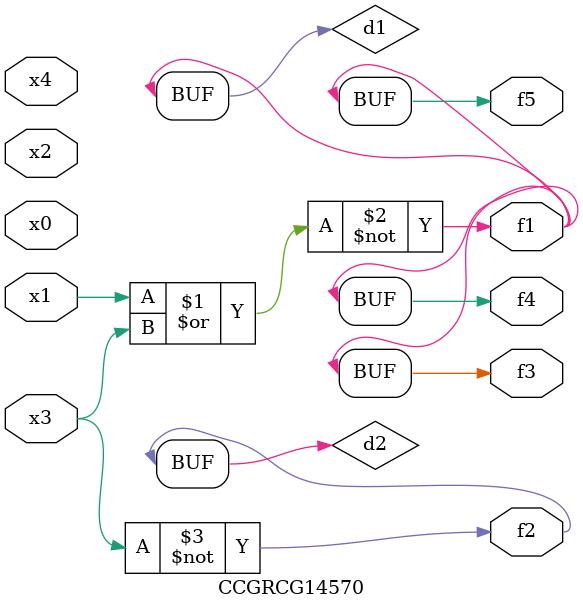
<source format=v>
module CCGRCG14570(
	input x0, x1, x2, x3, x4,
	output f1, f2, f3, f4, f5
);

	wire d1, d2;

	nor (d1, x1, x3);
	not (d2, x3);
	assign f1 = d1;
	assign f2 = d2;
	assign f3 = d1;
	assign f4 = d1;
	assign f5 = d1;
endmodule

</source>
